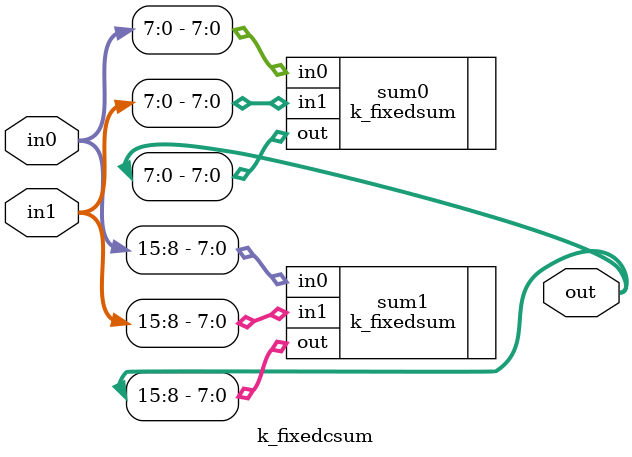
<source format=sv>

module k_fixedcsum
(
	input logic[15:0] in0, in1,
	output logic[15:0] out
);
	
	k_fixedsum sum0(.in0(in0[7:0]), .in1(in1[7:0]), .out(out[7:0]));
	k_fixedsum sum1(.in0(in0[15:8]), .in1(in1[15:8]), .out(out[15:8]));

endmodule

</source>
